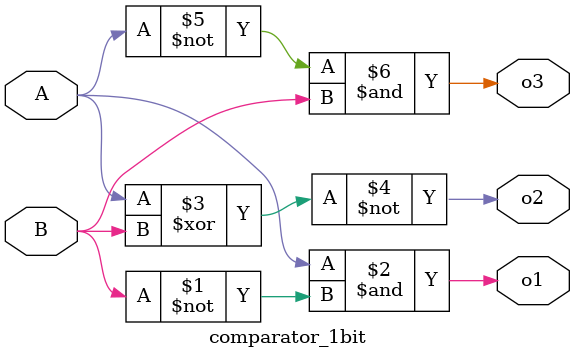
<source format=v>
module comparator_1bit (
    input A,
    input B,
    output o1, 
    output o2, 
    output o3  
);
    assign o1 = A & ~B;
    assign o2 = ~(A ^ B); 
    assign o3 = ~A & B;
endmodule

</source>
